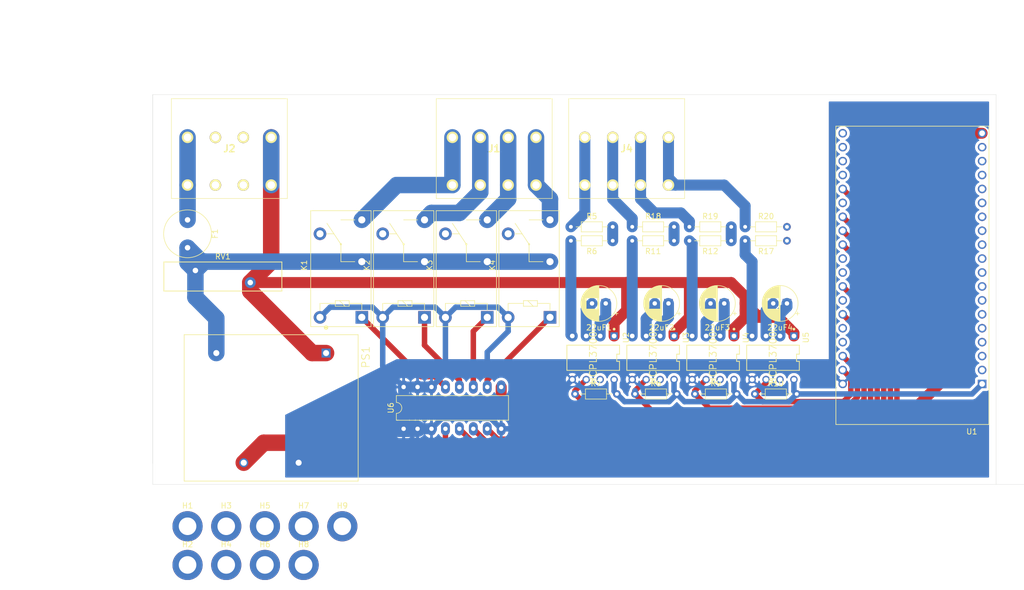
<source format=kicad_pcb>
(kicad_pcb (version 20171130) (host pcbnew "(5.1.6)-1")
  (layers (0 F.Cu signal) (31 B.Cu signal) (34 B.Paste user) (35 F.Paste user) (36 B.SilkS user) (37 F.SilkS user) (38 B.Mask user) (39 F.Mask user) (44 Edge.Cuts user))
  (net 0 "")
  (net 1 "220VAC(L)")
  (net 2 "220VAC(N)")
  (net 3 5V+)
  (net 4 "Net-(R5-Pad2)")
  (net 5 "Net-(R6-Pad2)")
  (net 6 3.3V+)
  (net 7 Sens4)
  (net 8 Sens3)
  (net 9 Sens2)
  (net 10 Sens1)
  (net 11 REO4)
  (net 12 REO3)
  (net 13 REO2)
  (net 14 REO1)
  (net 15 "Net-(R17-Pad2)")
  (net 16 GPIO34)
  (net 17 GPIO35)
  (net 18 GPIO32)
  (net 19 GPIO33)
  (net 20 "Net-(22uF1-Pad2)")
  (net 21 "Net-(22uF1-Pad1)")
  (net 22 "Net-(22uF2-Pad2)")
  (net 23 "Net-(22uF2-Pad1)")
  (net 24 "Net-(22uF3-Pad2)")
  (net 25 "Net-(22uF3-Pad1)")
  (net 26 "Net-(22uF4-Pad2)")
  (net 27 "Net-(22uF4-Pad1)")
  (net 28 "Net-(R11-Pad2)")
  (net 29 "Net-(R11-Pad1)")
  (net 30 "Net-(R12-Pad2)")
  (net 31 "Net-(R12-Pad1)")
  (net 32 "Net-(R17-Pad1)")
  (net 33 "GND(5V)")
  (net 34 REI1)
  (net 35 REI2)
  (net 36 REI3)
  (net 37 REI4)
  (net 38 "Net-(F1-Pad1)")
  (net 39 GPIO19)
  (net 40 GPIO21)
  (net 41 GPIO22)
  (net 42 GPIO23)
  (module esp32-footprint:MODULE_ESP32-DEVKITC-32D (layer F.Cu) (at 160.02 49.53 180)
    (fp_text reference U1 (at -10.829175 -28.446045) (layer F.SilkS) (effects (font (size 1.000386 1.000386))))
    (fp_text value ESP32-DEVKITC-32D)
    (pad 38 thru_hole circle (at 12.7 25.96 180) (size 1.56 1.56) (drill 1.04) (layers *.Cu *.Mask))
    (pad 37 thru_hole circle (at 12.7 23.42 180) (size 1.56 1.56) (drill 1.04) (layers *.Cu *.Mask))
    (pad 36 thru_hole circle (at 12.7 20.88 180) (size 1.56 1.56) (drill 1.04) (layers *.Cu *.Mask))
    (pad 35 thru_hole circle (at 12.7 18.34 180) (size 1.56 1.56) (drill 1.04) (layers *.Cu *.Mask))
    (pad 34 thru_hole circle (at 12.7 15.8 180) (size 1.56 1.56) (drill 1.04) (layers *.Cu *.Mask) (net 39 GPIO19))
    (pad 33 thru_hole circle (at 12.7 13.26 180) (size 1.56 1.56) (drill 1.04) (layers *.Cu *.Mask))
    (pad 32 thru_hole circle (at 12.7 10.72 180) (size 1.56 1.56) (drill 1.04) (layers *.Cu *.Mask) (net 40 GPIO21))
    (pad 31 thru_hole circle (at 12.7 8.18 180) (size 1.56 1.56) (drill 1.04) (layers *.Cu *.Mask) (net 41 GPIO22))
    (pad 30 thru_hole circle (at 12.7 5.64 180) (size 1.56 1.56) (drill 1.04) (layers *.Cu *.Mask) (net 42 GPIO23))
    (pad 29 thru_hole circle (at 12.7 3.1 180) (size 1.56 1.56) (drill 1.04) (layers *.Cu *.Mask))
    (pad 28 thru_hole circle (at 12.7 0.56 180) (size 1.56 1.56) (drill 1.04) (layers *.Cu *.Mask))
    (pad 27 thru_hole circle (at 12.7 -1.98 180) (size 1.56 1.56) (drill 1.04) (layers *.Cu *.Mask) (net 16 GPIO34))
    (pad 26 thru_hole circle (at 12.7 -4.52 180) (size 1.56 1.56) (drill 1.04) (layers *.Cu *.Mask))
    (pad 25 thru_hole circle (at 12.7 -7.06 180) (size 1.56 1.56) (drill 1.04) (layers *.Cu *.Mask) (net 17 GPIO35))
    (pad 24 thru_hole circle (at 12.7 -9.6 180) (size 1.56 1.56) (drill 1.04) (layers *.Cu *.Mask))
    (pad 23 thru_hole circle (at 12.7 -12.14 180) (size 1.56 1.56) (drill 1.04) (layers *.Cu *.Mask))
    (pad 22 thru_hole circle (at 12.7 -14.68 180) (size 1.56 1.56) (drill 1.04) (layers *.Cu *.Mask) (net 18 GPIO32))
    (pad 21 thru_hole circle (at 12.7 -17.22 180) (size 1.56 1.56) (drill 1.04) (layers *.Cu *.Mask) (net 19 GPIO33))
    (pad 20 thru_hole circle (at 12.7 -19.76 180) (size 1.56 1.56) (drill 1.04) (layers *.Cu *.Mask) (net 33 "GND(5V)"))
    (pad 18 thru_hole circle (at -12.7 23.42 180) (size 1.56 1.56) (drill 1.04) (layers *.Cu *.Mask))
    (pad 17 thru_hole circle (at -12.7 20.88 180) (size 1.56 1.56) (drill 1.04) (layers *.Cu *.Mask))
    (pad 16 thru_hole circle (at -12.7 18.34 180) (size 1.56 1.56) (drill 1.04) (layers *.Cu *.Mask))
    (pad 15 thru_hole circle (at -12.7 15.8 180) (size 1.56 1.56) (drill 1.04) (layers *.Cu *.Mask))
    (pad 14 thru_hole circle (at -12.7 13.26 180) (size 1.56 1.56) (drill 1.04) (layers *.Cu *.Mask))
    (pad 13 thru_hole circle (at -12.7 10.72 180) (size 1.56 1.56) (drill 1.04) (layers *.Cu *.Mask))
    (pad 12 thru_hole circle (at -12.7 8.18 180) (size 1.56 1.56) (drill 1.04) (layers *.Cu *.Mask))
    (pad 11 thru_hole circle (at -12.7 5.64 180) (size 1.56 1.56) (drill 1.04) (layers *.Cu *.Mask))
    (pad 10 thru_hole circle (at -12.7 3.1 180) (size 1.56 1.56) (drill 1.04) (layers *.Cu *.Mask))
    (pad 9 thru_hole circle (at -12.7 0.56 180) (size 1.56 1.56) (drill 1.04) (layers *.Cu *.Mask))
    (pad 8 thru_hole circle (at -12.7 -1.98 180) (size 1.56 1.56) (drill 1.04) (layers *.Cu *.Mask))
    (pad 7 thru_hole circle (at -12.7 -4.52 180) (size 1.56 1.56) (drill 1.04) (layers *.Cu *.Mask))
    (pad 6 thru_hole circle (at -12.7 -7.06 180) (size 1.56 1.56) (drill 1.04) (layers *.Cu *.Mask))
    (pad 5 thru_hole circle (at -12.7 -9.6 180) (size 1.56 1.56) (drill 1.04) (layers *.Cu *.Mask))
    (pad 4 thru_hole circle (at -12.7 -12.14 180) (size 1.56 1.56) (drill 1.04) (layers *.Cu *.Mask))
    (pad 3 thru_hole circle (at -12.7 -14.68 180) (size 1.56 1.56) (drill 1.04) (layers *.Cu *.Mask))
    (pad 19 thru_hole circle (at -12.7 25.96 180) (size 1.56 1.56) (drill 1.04) (layers *.Cu *.Mask) (net 3 5V+))
    (pad 2 thru_hole circle (at -12.7 -17.22 180) (size 1.56 1.56) (drill 1.04) (layers *.Cu *.Mask))
    (pad 1 thru_hole rect (at -12.7 -19.76 180) (size 1.56 1.56) (drill 1.04) (layers *.Cu *.Mask) (net 6 3.3V+))
  )
  (module rac05-05sk:277 (layer F.Cu) (at 43.18 73.66 270)
    (fp_text reference PS1 (at -9.255 -17.239 90) (layer F.SilkS) (effects (font (size 1.4 1.4))))
    (fp_text value RAC05-05SK_277)
    (pad 9 thru_hole circle (at 10 -5 270) (size 1.65 1.65) (drill 1.1) (layers *.Cu *.Mask) (net 33 "GND(5V)"))
    (pad 7 thru_hole circle (at 10 5 270) (size 1.65 1.65) (drill 1.1) (layers *.Cu *.Mask) (net 3 5V+))
    (pad 5 thru_hole circle (at -10 10 270) (size 1.65 1.65) (drill 1.1) (layers *.Cu *.Mask) (net 1 "220VAC(L)"))
    (pad 1 thru_hole rect (at -10 -10 270) (size 1.65 1.65) (drill 1.1) (layers *.Cu *.Mask) (net 2 "220VAC(N)"))
  )
  (module HCPL:ON_Semi-CASE_62605_ISSUE_P-0-0-0 (layer F.Cu) (at 134.62 64.516 270)
    (fp_text reference U5 (at -4.77 -5.995 90) (layer F.SilkS) (effects (justify right)))
    (fp_text value HCPL3700 (at 0 0 90) (layer F.SilkS) (effects (font (size 1.27 1.27))))
    (pad 8 thru_hole circle (at 3.97 -3.81 270) (size 1.35 1.35) (drill 0.85) (layers *.Cu) (net 6 3.3V+))
    (pad 7 thru_hole circle (at 3.97 -1.27 270) (size 1.35 1.35) (drill 0.85) (layers *.Cu))
    (pad 6 thru_hole circle (at 3.97 1.27 270) (size 1.35 1.35) (drill 0.85) (layers *.Cu) (net 19 GPIO33))
    (pad 5 thru_hole circle (at 3.97 3.81 270) (size 1.35 1.35) (drill 0.85) (layers *.Cu) (net 33 "GND(5V)"))
    (pad 4 thru_hole circle (at -3.97 3.81 270) (size 1.35 1.35) (drill 0.85) (layers *.Cu) (net 15 "Net-(R17-Pad2)"))
    (pad 3 thru_hole circle (at -3.97 1.27 270) (size 1.35 1.35) (drill 0.85) (layers *.Cu) (net 26 "Net-(22uF4-Pad2)"))
    (pad 2 thru_hole circle (at -3.97 -1.27 270) (size 1.35 1.35) (drill 0.85) (layers *.Cu) (net 27 "Net-(22uF4-Pad1)"))
    (pad 1 thru_hole rect (at -3.97 -3.81 270) (size 1.35 1.35) (drill 0.85) (layers *.Cu) (net 2 "220VAC(N)"))
  )
  (module HCPL:ON_Semi-CASE_62605_ISSUE_P-0-0-0 (layer F.Cu) (at 123.698 64.516 270)
    (fp_text reference U4 (at -4.77 -5.995 90) (layer F.SilkS) (effects (justify right)))
    (fp_text value HCPL3700 (at 0 0 90) (layer F.SilkS) (effects (font (size 1.27 1.27))))
    (pad 8 thru_hole circle (at 3.97 -3.81 270) (size 1.35 1.35) (drill 0.85) (layers *.Cu) (net 6 3.3V+))
    (pad 7 thru_hole circle (at 3.97 -1.27 270) (size 1.35 1.35) (drill 0.85) (layers *.Cu))
    (pad 6 thru_hole circle (at 3.97 1.27 270) (size 1.35 1.35) (drill 0.85) (layers *.Cu) (net 18 GPIO32))
    (pad 5 thru_hole circle (at 3.97 3.81 270) (size 1.35 1.35) (drill 0.85) (layers *.Cu) (net 33 "GND(5V)"))
    (pad 4 thru_hole circle (at -3.97 3.81 270) (size 1.35 1.35) (drill 0.85) (layers *.Cu) (net 30 "Net-(R12-Pad2)"))
    (pad 3 thru_hole circle (at -3.97 1.27 270) (size 1.35 1.35) (drill 0.85) (layers *.Cu) (net 24 "Net-(22uF3-Pad2)"))
    (pad 2 thru_hole circle (at -3.97 -1.27 270) (size 1.35 1.35) (drill 0.85) (layers *.Cu) (net 25 "Net-(22uF3-Pad1)"))
    (pad 1 thru_hole rect (at -3.97 -3.81 270) (size 1.35 1.35) (drill 0.85) (layers *.Cu) (net 2 "220VAC(N)"))
  )
  (module HCPL:ON_Semi-CASE_62605_ISSUE_P-0-0-0 (layer F.Cu) (at 112.776 64.516 270)
    (fp_text reference U3 (at -4.77 -5.995 90) (layer F.SilkS) (effects (justify right)))
    (fp_text value HCPL3700 (at 0 0 90) (layer F.SilkS) (effects (font (size 1.27 1.27))))
    (pad 8 thru_hole circle (at 3.97 -3.81 270) (size 1.35 1.35) (drill 0.85) (layers *.Cu) (net 6 3.3V+))
    (pad 7 thru_hole circle (at 3.97 -1.27 270) (size 1.35 1.35) (drill 0.85) (layers *.Cu))
    (pad 6 thru_hole circle (at 3.97 1.27 270) (size 1.35 1.35) (drill 0.85) (layers *.Cu) (net 17 GPIO35))
    (pad 5 thru_hole circle (at 3.97 3.81 270) (size 1.35 1.35) (drill 0.85) (layers *.Cu) (net 33 "GND(5V)"))
    (pad 4 thru_hole circle (at -3.97 3.81 270) (size 1.35 1.35) (drill 0.85) (layers *.Cu) (net 28 "Net-(R11-Pad2)"))
    (pad 3 thru_hole circle (at -3.97 1.27 270) (size 1.35 1.35) (drill 0.85) (layers *.Cu) (net 22 "Net-(22uF2-Pad2)"))
    (pad 2 thru_hole circle (at -3.97 -1.27 270) (size 1.35 1.35) (drill 0.85) (layers *.Cu) (net 23 "Net-(22uF2-Pad1)"))
    (pad 1 thru_hole rect (at -3.97 -3.81 270) (size 1.35 1.35) (drill 0.85) (layers *.Cu) (net 2 "220VAC(N)"))
  )
  (module HCPL:ON_Semi-CASE_62605_ISSUE_P-0-0-0 (layer F.Cu) (at 101.854 64.516 270)
    (fp_text reference U2 (at -4.77 -5.995 90) (layer F.SilkS) (effects (justify right)))
    (fp_text value HCPL3700 (at 0 0 90) (layer F.SilkS) (effects (font (size 1.27 1.27))))
    (pad 8 thru_hole circle (at 3.97 -3.81 270) (size 1.35 1.35) (drill 0.85) (layers *.Cu) (net 6 3.3V+))
    (pad 7 thru_hole circle (at 3.97 -1.27 270) (size 1.35 1.35) (drill 0.85) (layers *.Cu))
    (pad 6 thru_hole circle (at 3.97 1.27 270) (size 1.35 1.35) (drill 0.85) (layers *.Cu) (net 16 GPIO34))
    (pad 5 thru_hole circle (at 3.97 3.81 270) (size 1.35 1.35) (drill 0.85) (layers *.Cu) (net 33 "GND(5V)"))
    (pad 4 thru_hole circle (at -3.97 3.81 270) (size 1.35 1.35) (drill 0.85) (layers *.Cu) (net 5 "Net-(R6-Pad2)"))
    (pad 3 thru_hole circle (at -3.97 1.27 270) (size 1.35 1.35) (drill 0.85) (layers *.Cu) (net 20 "Net-(22uF1-Pad2)"))
    (pad 2 thru_hole circle (at -3.97 -1.27 270) (size 1.35 1.35) (drill 0.85) (layers *.Cu) (net 21 "Net-(22uF1-Pad1)"))
    (pad 1 thru_hole rect (at -3.97 -3.81 270) (size 1.35 1.35) (drill 0.85) (layers *.Cu) (net 2 "220VAC(N)"))
  )
  (module Resistor_THT:R_Axial_DIN0204_L3.6mm_D1.6mm_P7.62mm_Horizontal (layer F.Cu) (at 120.396 71.12)
    (fp_text reference R9 (at 3.81 -1.92) (layer F.SilkS))
    (fp_text value 10K)
    (pad 2 thru_hole oval (at 7.62 0) (size 1.4 1.4) (drill 0.7) (layers *.Cu *.Mask) (net 6 3.3V+))
    (pad 1 thru_hole circle (at 0 0) (size 1.4 1.4) (drill 0.7) (layers *.Cu *.Mask) (net 18 GPIO32))
  )
  (module Resistor_THT:R_Axial_DIN0204_L3.6mm_D1.6mm_P7.62mm_Horizontal (layer F.Cu) (at 109.474 71.12)
    (fp_text reference R8 (at 3.81 -1.92) (layer F.SilkS))
    (fp_text value 10K)
    (pad 2 thru_hole oval (at 7.62 0) (size 1.4 1.4) (drill 0.7) (layers *.Cu *.Mask) (net 6 3.3V+))
    (pad 1 thru_hole circle (at 0 0) (size 1.4 1.4) (drill 0.7) (layers *.Cu *.Mask) (net 17 GPIO35))
  )
  (module Resistor_THT:R_Axial_DIN0204_L3.6mm_D1.6mm_P7.62mm_Horizontal (layer F.Cu) (at 98.552 71.12)
    (fp_text reference R7 (at 3.81 -1.92) (layer F.SilkS))
    (fp_text value 10K)
    (pad 2 thru_hole oval (at 7.62 0) (size 1.4 1.4) (drill 0.7) (layers *.Cu *.Mask) (net 6 3.3V+))
    (pad 1 thru_hole circle (at 0 0) (size 1.4 1.4) (drill 0.7) (layers *.Cu *.Mask) (net 16 GPIO34))
  )
  (module Resistor_THT:R_Axial_DIN0204_L3.6mm_D1.6mm_P7.62mm_Horizontal (layer F.Cu) (at 131.318 71.12)
    (fp_text reference R10 (at 3.81 -1.92) (layer F.SilkS))
    (fp_text value 10K)
    (pad 2 thru_hole oval (at 7.62 0) (size 1.4 1.4) (drill 0.7) (layers *.Cu *.Mask) (net 6 3.3V+))
    (pad 1 thru_hole circle (at 0 0) (size 1.4 1.4) (drill 0.7) (layers *.Cu *.Mask) (net 19 GPIO33))
  )
  (module Resistor_THT:R_Axial_DIN0204_L3.6mm_D1.6mm_P7.62mm_Horizontal (layer F.Cu) (at 119.38 40.64)
    (fp_text reference R19 (at 3.81 -1.92) (layer F.SilkS))
    (fp_text value 47k)
    (pad 2 thru_hole oval (at 7.62 0) (size 1.4 1.4) (drill 0.7) (layers *.Cu *.Mask) (net 31 "Net-(R12-Pad1)"))
    (pad 1 thru_hole circle (at 0 0) (size 1.4 1.4) (drill 0.7) (layers *.Cu *.Mask) (net 8 Sens3))
  )
  (module MountingHole:MountingHole_3.2mm_M3_ISO14580_Pad (layer F.Cu) (at 56.14 95.25)
    (fp_text reference H9 (at 0 -3.75) (layer F.SilkS))
    (fp_text value MountingHole_Pad)
    (pad 1 thru_hole circle (at 0 0) (size 5.5 5.5) (drill 3.2) (layers *.Cu *.Mask))
  )
  (module MountingHole:MountingHole_3.2mm_M3_ISO14580_Pad (layer F.Cu) (at 49.09 102.3)
    (fp_text reference H8 (at 0 -3.75) (layer F.SilkS))
    (fp_text value MountingHole_Pad)
    (pad 1 thru_hole circle (at 0 0) (size 5.5 5.5) (drill 3.2) (layers *.Cu *.Mask))
  )
  (module MountingHole:MountingHole_3.2mm_M3_ISO14580_Pad (layer F.Cu) (at 49.09 95.25)
    (fp_text reference H7 (at 0 -3.75) (layer F.SilkS))
    (fp_text value MountingHole_Pad)
    (pad 1 thru_hole circle (at 0 0) (size 5.5 5.5) (drill 3.2) (layers *.Cu *.Mask))
  )
  (module MountingHole:MountingHole_3.2mm_M3_ISO14580_Pad (layer F.Cu) (at 42.04 102.3)
    (fp_text reference H6 (at 0 -3.75) (layer F.SilkS))
    (fp_text value MountingHole_Pad)
    (pad 1 thru_hole circle (at 0 0) (size 5.5 5.5) (drill 3.2) (layers *.Cu *.Mask))
  )
  (module MountingHole:MountingHole_3.2mm_M3_ISO14580_Pad (layer F.Cu) (at 42.04 95.25)
    (fp_text reference H5 (at 0 -3.75) (layer F.SilkS))
    (fp_text value MountingHole_Pad)
    (pad 1 thru_hole circle (at 0 0) (size 5.5 5.5) (drill 3.2) (layers *.Cu *.Mask))
  )
  (module MountingHole:MountingHole_3.2mm_M3_ISO14580_Pad (layer F.Cu) (at 34.99 102.3)
    (fp_text reference H4 (at 0 -3.75) (layer F.SilkS))
    (fp_text value MountingHole_Pad)
    (pad 1 thru_hole circle (at 0 0) (size 5.5 5.5) (drill 3.2) (layers *.Cu *.Mask))
  )
  (module MountingHole:MountingHole_3.2mm_M3_ISO14580_Pad (layer F.Cu) (at 34.99 95.25)
    (fp_text reference H3 (at 0 -3.75) (layer F.SilkS))
    (fp_text value MountingHole_Pad)
    (pad 1 thru_hole circle (at 0 0) (size 5.5 5.5) (drill 3.2) (layers *.Cu *.Mask))
  )
  (module MountingHole:MountingHole_3.2mm_M3_ISO14580_Pad (layer F.Cu) (at 27.94 102.3)
    (fp_text reference H2 (at 0 -3.75) (layer F.SilkS))
    (fp_text value MountingHole_Pad)
    (pad 1 thru_hole circle (at 0 0) (size 5.5 5.5) (drill 3.2) (layers *.Cu *.Mask))
  )
  (module MountingHole:MountingHole_3.2mm_M3_ISO14580_Pad (layer F.Cu) (at 27.94 95.25)
    (fp_text reference H1 (at 0 -3.75) (layer F.SilkS))
    (fp_text value MountingHole_Pad)
    (pad 1 thru_hole circle (at 0 0) (size 5.5 5.5) (drill 3.2) (layers *.Cu *.Mask))
  )
  (module Varistor:RV_Disc_D21.5mm_W5.3mm_P10mm (layer F.Cu) (at 39.37 50.8 180)
    (fp_text reference RV1 (at 5 4.75) (layer F.SilkS))
    (fp_text value Varistor)
    (pad 2 thru_hole circle (at 10 2.2 180) (size 2 2) (drill 1) (layers *.Cu *.Mask) (net 1 "220VAC(L)"))
    (pad 1 thru_hole circle (at 0 0 180) (size 2 2) (drill 1) (layers *.Cu *.Mask) (net 2 "220VAC(N)"))
  )
  (module Fuse:Fuse_Littelfuse_372_D8.50mm (layer F.Cu) (at 27.94 39.37 270)
    (fp_text reference F1 (at 2.54 -5 90) (layer F.SilkS))
    (fp_text value Fuse)
    (pad 2 thru_hole circle (at 5.08 0 270) (size 2 2) (drill 1) (layers *.Cu *.Mask) (net 1 "220VAC(L)"))
    (pad 1 thru_hole circle (at 0 0 270) (size 2 2) (drill 1) (layers *.Cu *.Mask) (net 38 "Net-(F1-Pad1)"))
  )
  (module Relay_THT:Relay_SPDT_Omron-G5Q-1 (layer F.Cu) (at 59.69 57.15 90)
    (fp_text reference K1 (at 9.5 -10.5 270) (layer F.SilkS))
    (fp_text value G5Q-1)
    (pad 5 thru_hole circle (at 0 -7.62 270) (size 2.3 2.3) (drill 1.3) (layers *.Cu *.Mask) (net 33 "GND(5V)"))
    (pad 4 thru_hole circle (at 15.24 -7.62 270) (size 2.3 2.3) (drill 1.3) (layers *.Cu *.Mask))
    (pad 3 thru_hole circle (at 17.78 0 270) (size 2.3 2.3) (drill 1.3) (layers *.Cu *.Mask) (net 14 REO1))
    (pad 2 thru_hole circle (at 10.16 0 270) (size 2.3 2.3) (drill 1.3) (layers *.Cu *.Mask) (net 1 "220VAC(L)"))
    (pad 1 thru_hole rect (at 0 0 270) (size 2.3 2.3) (drill 1.3) (layers *.Cu *.Mask) (net 34 REI1))
  )
  (module Relay_THT:Relay_SPDT_Omron-G5Q-1 (layer F.Cu) (at 71.12 57.15 90)
    (fp_text reference K2 (at 9.5 -10.5 270) (layer F.SilkS))
    (fp_text value G5Q-1)
    (pad 5 thru_hole circle (at 0 -7.62 270) (size 2.3 2.3) (drill 1.3) (layers *.Cu *.Mask) (net 33 "GND(5V)"))
    (pad 4 thru_hole circle (at 15.24 -7.62 270) (size 2.3 2.3) (drill 1.3) (layers *.Cu *.Mask))
    (pad 3 thru_hole circle (at 17.78 0 270) (size 2.3 2.3) (drill 1.3) (layers *.Cu *.Mask) (net 13 REO2))
    (pad 2 thru_hole circle (at 10.16 0 270) (size 2.3 2.3) (drill 1.3) (layers *.Cu *.Mask) (net 1 "220VAC(L)"))
    (pad 1 thru_hole rect (at 0 0 270) (size 2.3 2.3) (drill 1.3) (layers *.Cu *.Mask) (net 35 REI2))
  )
  (module Relay_THT:Relay_SPDT_Omron-G5Q-1 (layer F.Cu) (at 93.98 57.15 90)
    (fp_text reference K4 (at 9.5 -10.5 270) (layer F.SilkS))
    (fp_text value G5Q-1)
    (pad 5 thru_hole circle (at 0 -7.62 270) (size 2.3 2.3) (drill 1.3) (layers *.Cu *.Mask) (net 33 "GND(5V)"))
    (pad 4 thru_hole circle (at 15.24 -7.62 270) (size 2.3 2.3) (drill 1.3) (layers *.Cu *.Mask))
    (pad 3 thru_hole circle (at 17.78 0 270) (size 2.3 2.3) (drill 1.3) (layers *.Cu *.Mask) (net 11 REO4))
    (pad 2 thru_hole circle (at 10.16 0 270) (size 2.3 2.3) (drill 1.3) (layers *.Cu *.Mask) (net 1 "220VAC(L)"))
    (pad 1 thru_hole rect (at 0 0 270) (size 2.3 2.3) (drill 1.3) (layers *.Cu *.Mask) (net 37 REI4))
  )
  (module Relay_THT:Relay_SPDT_Omron-G5Q-1 (layer F.Cu) (at 82.55 57.15 90)
    (fp_text reference K3 (at 9.5 -10.5 270) (layer F.SilkS))
    (fp_text value G5Q-1)
    (pad 5 thru_hole circle (at 0 -7.62 270) (size 2.3 2.3) (drill 1.3) (layers *.Cu *.Mask) (net 33 "GND(5V)"))
    (pad 4 thru_hole circle (at 15.24 -7.62 270) (size 2.3 2.3) (drill 1.3) (layers *.Cu *.Mask))
    (pad 3 thru_hole circle (at 17.78 0 270) (size 2.3 2.3) (drill 1.3) (layers *.Cu *.Mask) (net 12 REO3))
    (pad 2 thru_hole circle (at 10.16 0 270) (size 2.3 2.3) (drill 1.3) (layers *.Cu *.Mask) (net 1 "220VAC(L)"))
    (pad 1 thru_hole rect (at 0 0 270) (size 2.3 2.3) (drill 1.3) (layers *.Cu *.Mask) (net 36 REI3))
  )
  (module Package_DIP:DIP-16_W7.62mm_LongPads (layer F.Cu) (at 67.31 77.47 90)
    (fp_text reference U6 (at 3.81 -2.33 90) (layer F.SilkS))
    (fp_text value ULN2003A)
    (pad 1 thru_hole rect (at 0 0 90) (size 2.4 1.6) (drill 0.8) (layers *.Cu *.Mask) (net 33 "GND(5V)"))
    (pad 9 thru_hole oval (at 7.62 17.78 90) (size 2.4 1.6) (drill 0.8) (layers *.Cu *.Mask) (net 3 5V+))
    (pad 2 thru_hole oval (at 0 2.54 90) (size 2.4 1.6) (drill 0.8) (layers *.Cu *.Mask) (net 33 "GND(5V)"))
    (pad 10 thru_hole oval (at 7.62 15.24 90) (size 2.4 1.6) (drill 0.8) (layers *.Cu *.Mask) (net 37 REI4))
    (pad 3 thru_hole oval (at 0 5.08 90) (size 2.4 1.6) (drill 0.8) (layers *.Cu *.Mask) (net 33 "GND(5V)"))
    (pad 11 thru_hole oval (at 7.62 12.7 90) (size 2.4 1.6) (drill 0.8) (layers *.Cu *.Mask) (net 36 REI3))
    (pad 4 thru_hole oval (at 0 7.62 90) (size 2.4 1.6) (drill 0.8) (layers *.Cu *.Mask) (net 39 GPIO19))
    (pad 12 thru_hole oval (at 7.62 10.16 90) (size 2.4 1.6) (drill 0.8) (layers *.Cu *.Mask) (net 35 REI2))
    (pad 5 thru_hole oval (at 0 10.16 90) (size 2.4 1.6) (drill 0.8) (layers *.Cu *.Mask) (net 40 GPIO21))
    (pad 13 thru_hole oval (at 7.62 7.62 90) (size 2.4 1.6) (drill 0.8) (layers *.Cu *.Mask) (net 34 REI1))
    (pad 6 thru_hole oval (at 0 12.7 90) (size 2.4 1.6) (drill 0.8) (layers *.Cu *.Mask) (net 41 GPIO22))
    (pad 14 thru_hole oval (at 7.62 5.08 90) (size 2.4 1.6) (drill 0.8) (layers *.Cu *.Mask) (net 33 "GND(5V)"))
    (pad 7 thru_hole oval (at 0 15.24 90) (size 2.4 1.6) (drill 0.8) (layers *.Cu *.Mask) (net 42 GPIO23))
    (pad 15 thru_hole oval (at 7.62 2.54 90) (size 2.4 1.6) (drill 0.8) (layers *.Cu *.Mask) (net 33 "GND(5V)"))
    (pad 8 thru_hole oval (at 0 17.78 90) (size 2.4 1.6) (drill 0.8) (layers *.Cu *.Mask) (net 33 "GND(5V)"))
    (pad 16 thru_hole oval (at 7.62 0 90) (size 2.4 1.6) (drill 0.8) (layers *.Cu *.Mask) (net 33 "GND(5V)"))
  )
  (module Phoenix_Conn:1017505 (layer F.Cu) (at 115.57 33.02 180)
    (fp_text reference J4 (at 7.62 6.65) (layer F.SilkS) (effects (font (size 1.27 1.27) (thickness 0.254))))
    (fp_text value 1017505 hide)
    (pad 8 thru_hole circle (at 15.24 8.7 270) (size 2.1 2.1) (drill 1.4) (layers *.Cu *.Mask F.SilkS) (net 10 Sens1))
    (pad 7 thru_hole circle (at 15.24 0 270) (size 2.1 2.1) (drill 1.4) (layers *.Cu *.Mask F.SilkS) (net 10 Sens1))
    (pad 6 thru_hole circle (at 10.16 8.7 270) (size 2.1 2.1) (drill 1.4) (layers *.Cu *.Mask F.SilkS) (net 9 Sens2))
    (pad 5 thru_hole circle (at 10.16 0 270) (size 2.1 2.1) (drill 1.4) (layers *.Cu *.Mask F.SilkS) (net 9 Sens2))
    (pad 4 thru_hole circle (at 5.08 8.7 270) (size 2.1 2.1) (drill 1.4) (layers *.Cu *.Mask F.SilkS) (net 8 Sens3))
    (pad 3 thru_hole circle (at 5.08 0 270) (size 2.1 2.1) (drill 1.4) (layers *.Cu *.Mask F.SilkS) (net 8 Sens3))
    (pad 2 thru_hole circle (at 0 8.7 270) (size 2.1 2.1) (drill 1.4) (layers *.Cu *.Mask F.SilkS) (net 7 Sens4))
    (pad 1 thru_hole circle (at 0 0 270) (size 2.1 2.1) (drill 1.4) (layers *.Cu *.Mask F.SilkS) (net 7 Sens4))
  )
  (module Phoenix_Conn:1017505 (layer F.Cu) (at 43.18 33.02 180)
    (fp_text reference J2 (at 7.62 6.65) (layer F.SilkS) (effects (font (size 1.27 1.27) (thickness 0.254))))
    (fp_text value 1017505 hide)
    (pad 8 thru_hole circle (at 15.24 8.7 270) (size 2.1 2.1) (drill 1.4) (layers *.Cu *.Mask F.SilkS) (net 38 "Net-(F1-Pad1)"))
    (pad 7 thru_hole circle (at 15.24 0 270) (size 2.1 2.1) (drill 1.4) (layers *.Cu *.Mask F.SilkS) (net 38 "Net-(F1-Pad1)"))
    (pad 6 thru_hole circle (at 10.16 8.7 270) (size 2.1 2.1) (drill 1.4) (layers *.Cu *.Mask F.SilkS))
    (pad 5 thru_hole circle (at 10.16 0 270) (size 2.1 2.1) (drill 1.4) (layers *.Cu *.Mask F.SilkS))
    (pad 4 thru_hole circle (at 5.08 8.7 270) (size 2.1 2.1) (drill 1.4) (layers *.Cu *.Mask F.SilkS))
    (pad 3 thru_hole circle (at 5.08 0 270) (size 2.1 2.1) (drill 1.4) (layers *.Cu *.Mask F.SilkS))
    (pad 2 thru_hole circle (at 0 8.7 270) (size 2.1 2.1) (drill 1.4) (layers *.Cu *.Mask F.SilkS) (net 2 "220VAC(N)"))
    (pad 1 thru_hole circle (at 0 0 270) (size 2.1 2.1) (drill 1.4) (layers *.Cu *.Mask F.SilkS) (net 2 "220VAC(N)"))
  )
  (module Phoenix_Conn:1017505 (layer F.Cu) (at 91.44 33.02 180)
    (fp_text reference J1 (at 7.62 6.65) (layer F.SilkS) (effects (font (size 1.27 1.27) (thickness 0.254))))
    (fp_text value 1017505 hide)
    (pad 8 thru_hole circle (at 15.24 8.7 270) (size 2.1 2.1) (drill 1.4) (layers *.Cu *.Mask F.SilkS) (net 14 REO1))
    (pad 7 thru_hole circle (at 15.24 0 270) (size 2.1 2.1) (drill 1.4) (layers *.Cu *.Mask F.SilkS) (net 14 REO1))
    (pad 6 thru_hole circle (at 10.16 8.7 270) (size 2.1 2.1) (drill 1.4) (layers *.Cu *.Mask F.SilkS) (net 13 REO2))
    (pad 5 thru_hole circle (at 10.16 0 270) (size 2.1 2.1) (drill 1.4) (layers *.Cu *.Mask F.SilkS) (net 13 REO2))
    (pad 4 thru_hole circle (at 5.08 8.7 270) (size 2.1 2.1) (drill 1.4) (layers *.Cu *.Mask F.SilkS) (net 12 REO3))
    (pad 3 thru_hole circle (at 5.08 0 270) (size 2.1 2.1) (drill 1.4) (layers *.Cu *.Mask F.SilkS) (net 12 REO3))
    (pad 2 thru_hole circle (at 0 8.7 270) (size 2.1 2.1) (drill 1.4) (layers *.Cu *.Mask F.SilkS) (net 11 REO4))
    (pad 1 thru_hole circle (at 0 0 270) (size 2.1 2.1) (drill 1.4) (layers *.Cu *.Mask F.SilkS) (net 11 REO4))
  )
  (module Resistor_THT:R_Axial_DIN0204_L3.6mm_D1.6mm_P7.62mm_Horizontal (layer F.Cu) (at 129.54 40.64)
    (fp_text reference R20 (at 3.81 -1.92) (layer F.SilkS))
    (fp_text value 47k)
    (pad 2 thru_hole oval (at 7.62 0) (size 1.4 1.4) (drill 0.7) (layers *.Cu *.Mask) (net 32 "Net-(R17-Pad1)"))
    (pad 1 thru_hole circle (at 0 0) (size 1.4 1.4) (drill 0.7) (layers *.Cu *.Mask) (net 7 Sens4))
  )
  (module Resistor_THT:R_Axial_DIN0204_L3.6mm_D1.6mm_P7.62mm_Horizontal (layer F.Cu) (at 108.966 40.64)
    (fp_text reference R18 (at 3.81 -1.92) (layer F.SilkS))
    (fp_text value 47k)
    (pad 2 thru_hole oval (at 7.62 0) (size 1.4 1.4) (drill 0.7) (layers *.Cu *.Mask) (net 29 "Net-(R11-Pad1)"))
    (pad 1 thru_hole circle (at 0 0) (size 1.4 1.4) (drill 0.7) (layers *.Cu *.Mask) (net 9 Sens2))
  )
  (module Resistor_THT:R_Axial_DIN0204_L3.6mm_D1.6mm_P7.62mm_Horizontal (layer F.Cu) (at 137.16 43.18 180)
    (fp_text reference R17 (at 3.81 -1.92) (layer F.SilkS))
    (fp_text value 47k)
    (pad 2 thru_hole oval (at 7.62 0 180) (size 1.4 1.4) (drill 0.7) (layers *.Cu *.Mask) (net 15 "Net-(R17-Pad2)"))
    (pad 1 thru_hole circle (at 0 0 180) (size 1.4 1.4) (drill 0.7) (layers *.Cu *.Mask) (net 32 "Net-(R17-Pad1)"))
  )
  (module Resistor_THT:R_Axial_DIN0204_L3.6mm_D1.6mm_P7.62mm_Horizontal (layer F.Cu) (at 127 43.18 180)
    (fp_text reference R12 (at 3.81 -1.92) (layer F.SilkS))
    (fp_text value 47k)
    (pad 2 thru_hole oval (at 7.62 0 180) (size 1.4 1.4) (drill 0.7) (layers *.Cu *.Mask) (net 30 "Net-(R12-Pad2)"))
    (pad 1 thru_hole circle (at 0 0 180) (size 1.4 1.4) (drill 0.7) (layers *.Cu *.Mask) (net 31 "Net-(R12-Pad1)"))
  )
  (module Resistor_THT:R_Axial_DIN0204_L3.6mm_D1.6mm_P7.62mm_Horizontal (layer F.Cu) (at 116.586 43.18 180)
    (fp_text reference R11 (at 3.81 -1.92) (layer F.SilkS))
    (fp_text value 47k)
    (pad 2 thru_hole oval (at 7.62 0 180) (size 1.4 1.4) (drill 0.7) (layers *.Cu *.Mask) (net 28 "Net-(R11-Pad2)"))
    (pad 1 thru_hole circle (at 0 0 180) (size 1.4 1.4) (drill 0.7) (layers *.Cu *.Mask) (net 29 "Net-(R11-Pad1)"))
  )
  (module Capacitor_THT:CP_Radial_D6.3mm_P2.50mm (layer F.Cu) (at 137.16 54.61 180)
    (fp_text reference 22uF4 (at 1.25 -4.4) (layer F.SilkS))
    (fp_text value CP_Small)
    (pad 2 thru_hole circle (at 2.5 0 180) (size 1.6 1.6) (drill 0.8) (layers *.Cu *.Mask) (net 26 "Net-(22uF4-Pad2)"))
    (pad 1 thru_hole rect (at 0 0 180) (size 1.6 1.6) (drill 0.8) (layers *.Cu *.Mask) (net 27 "Net-(22uF4-Pad1)"))
  )
  (module Capacitor_THT:CP_Radial_D6.3mm_P2.50mm (layer F.Cu) (at 125.73 54.61 180)
    (fp_text reference 22uF3 (at 1.25 -4.4) (layer F.SilkS))
    (fp_text value CP_Small)
    (pad 2 thru_hole circle (at 2.5 0 180) (size 1.6 1.6) (drill 0.8) (layers *.Cu *.Mask) (net 24 "Net-(22uF3-Pad2)"))
    (pad 1 thru_hole rect (at 0 0 180) (size 1.6 1.6) (drill 0.8) (layers *.Cu *.Mask) (net 25 "Net-(22uF3-Pad1)"))
  )
  (module Capacitor_THT:CP_Radial_D6.3mm_P2.50mm (layer F.Cu) (at 115.57 54.61 180)
    (fp_text reference 22uF2 (at 1.25 -4.4) (layer F.SilkS))
    (fp_text value CP_Small)
    (pad 2 thru_hole circle (at 2.5 0 180) (size 1.6 1.6) (drill 0.8) (layers *.Cu *.Mask) (net 22 "Net-(22uF2-Pad2)"))
    (pad 1 thru_hole rect (at 0 0 180) (size 1.6 1.6) (drill 0.8) (layers *.Cu *.Mask) (net 23 "Net-(22uF2-Pad1)"))
  )
  (module Capacitor_THT:CP_Radial_D6.3mm_P2.50mm (layer F.Cu) (at 104.14 54.61 180)
    (fp_text reference 22uF1 (at 1.25 -4.4) (layer F.SilkS))
    (fp_text value CP_Small)
    (pad 2 thru_hole circle (at 2.5 0 180) (size 1.6 1.6) (drill 0.8) (layers *.Cu *.Mask) (net 20 "Net-(22uF1-Pad2)"))
    (pad 1 thru_hole rect (at 0 0 180) (size 1.6 1.6) (drill 0.8) (layers *.Cu *.Mask) (net 21 "Net-(22uF1-Pad1)"))
  )
  (module Resistor_THT:R_Axial_DIN0204_L3.6mm_D1.6mm_P7.62mm_Horizontal (layer F.Cu) (at 105.41 43.18 180)
    (fp_text reference R6 (at 3.81 -1.92) (layer F.SilkS))
    (fp_text value 47k)
    (pad 2 thru_hole oval (at 7.62 0 180) (size 1.4 1.4) (drill 0.7) (layers *.Cu *.Mask) (net 5 "Net-(R6-Pad2)"))
    (pad 1 thru_hole circle (at 0 0 180) (size 1.4 1.4) (drill 0.7) (layers *.Cu *.Mask) (net 4 "Net-(R5-Pad2)"))
  )
  (module Resistor_THT:R_Axial_DIN0204_L3.6mm_D1.6mm_P7.62mm_Horizontal (layer F.Cu) (at 97.79 40.64)
    (fp_text reference R5 (at 3.81 -1.92) (layer F.SilkS))
    (fp_text value 47k)
    (pad 2 thru_hole oval (at 7.62 0) (size 1.4 1.4) (drill 0.7) (layers *.Cu *.Mask) (net 4 "Net-(R5-Pad2)"))
    (pad 1 thru_hole circle (at 0 0) (size 1.4 1.4) (drill 0.7) (layers *.Cu *.Mask) (net 10 Sens1))
  )
  (gr_line (start 21.59 87.63) (end 21.59 16.51) (layer Edge.Cuts) (width 0.05))
  (gr_line (start 175.26 16.51) (end 21.59 16.51) (layer Edge.Cuts) (width 0.05))
  (gr_line (start 21.59 87.63) (end 180.34 87.63) (layer Edge.Cuts) (width 0.05))
  (gr_line (start 175.26 87.63) (end 175.26 16.51) (layer Edge.Cuts) (width 0.05))
  (gr_line (start 21.59 16.51) (end 21.59 83.82) (layer Edge.Cuts) (width 0.05))
  (segment (start 27.94 47.17) (end 29.37 48.6) (width 3) (layer B.Cu) (net 1))
  (segment (start 27.94 44.45) (end 27.94 47.17) (width 3) (layer B.Cu) (net 1))
  (segment (start 30.98 46.99) (end 59.69 46.99) (width 3) (layer B.Cu) (net 1))
  (segment (start 29.37 48.6) (end 30.98 46.99) (width 3) (layer B.Cu) (net 1))
  (segment (start 30.48 46.99) (end 30.98 46.99) (width 3) (layer B.Cu) (net 1))
  (segment (start 27.94 44.45) (end 30.48 46.99) (width 3) (layer B.Cu) (net 1))
  (segment (start 59.69 46.99) (end 93.98 46.99) (width 3) (layer B.Cu) (net 1))
  (segment (start 29.37 48.6) (end 29.37 53.5) (width 3) (layer B.Cu) (net 1))
  (segment (start 33.18 57.31) (end 33.18 63.66) (width 3) (layer B.Cu) (net 1))
  (segment (start 29.37 53.5) (end 33.18 57.31) (width 3) (layer B.Cu) (net 1))
  (segment (start 43.18 24.32) (end 43.18 33.02) (width 3) (layer B.Cu) (net 2))
  (segment (start 43.18 46.99) (end 39.37 50.8) (width 3) (layer F.Cu) (net 2))
  (segment (start 43.18 24.32) (end 43.18 46.99) (width 3) (layer F.Cu) (net 2))
  (segment (start 138.43 60.546) (end 138.43 60.014998) (width 2) (layer F.Cu) (net 2))
  (segment (start 135.225003 56.810001) (end 131.740001 56.810001) (width 2) (layer F.Cu) (net 2))
  (segment (start 129.54 54.61) (end 129.54 53.34) (width 2) (layer F.Cu) (net 2))
  (segment (start 129.54 53.34) (end 127 50.8) (width 2) (layer F.Cu) (net 2))
  (segment (start 107.95 50.8) (end 107.95 55.88) (width 2) (layer F.Cu) (net 2))
  (segment (start 107.95 50.8) (end 39.37 50.8) (width 2) (layer F.Cu) (net 2))
  (segment (start 105.664 58.166) (end 105.664 60.546) (width 2) (layer F.Cu) (net 2))
  (segment (start 107.95 55.88) (end 105.664 58.166) (width 2) (layer F.Cu) (net 2))
  (segment (start 116.586 60.546) (end 116.586 59.944) (width 2) (layer F.Cu) (net 2))
  (segment (start 119.38 57.15) (end 119.38 50.8) (width 2) (layer F.Cu) (net 2))
  (segment (start 116.586 59.944) (end 119.38 57.15) (width 2) (layer F.Cu) (net 2))
  (segment (start 127 50.8) (end 119.38 50.8) (width 2) (layer F.Cu) (net 2))
  (segment (start 119.38 50.8) (end 107.95 50.8) (width 2) (layer F.Cu) (net 2))
  (segment (start 127.508 60.546) (end 127.508 59.182) (width 2) (layer F.Cu) (net 2))
  (segment (start 131.740001 56.810001) (end 130.81 55.88) (width 2) (layer F.Cu) (net 2))
  (segment (start 130.81 55.88) (end 129.54 54.61) (width 2) (layer F.Cu) (net 2))
  (segment (start 129.54 54.61) (end 129.54 55.88) (width 2) (layer F.Cu) (net 2))
  (segment (start 129.54 55.88) (end 129.54 57.15) (width 2) (layer F.Cu) (net 2))
  (segment (start 127.508 59.182) (end 129.54 57.15) (width 2) (layer F.Cu) (net 2))
  (segment (start 129.54 57.15) (end 130.81 55.88) (width 2) (layer F.Cu) (net 2))
  (segment (start 129.54 57.15) (end 135.565002 57.15) (width 2) (layer F.Cu) (net 2))
  (segment (start 135.565002 57.15) (end 137.632501 59.217499) (width 2) (layer F.Cu) (net 2))
  (segment (start 138.43 60.014998) (end 137.632501 59.217499) (width 2) (layer F.Cu) (net 2))
  (segment (start 137.632501 59.217499) (end 135.225003 56.810001) (width 2) (layer F.Cu) (net 2))
  (segment (start 39.37 52.39) (end 50.64 63.66) (width 3) (layer F.Cu) (net 2))
  (segment (start 39.37 50.8) (end 39.37 52.39) (width 3) (layer F.Cu) (net 2))
  (segment (start 50.64 63.66) (end 53.18 63.66) (width 3) (layer F.Cu) (net 2))
  (segment (start 85.09 69.85) (end 85.09 72.39) (width 2) (layer F.Cu) (net 3))
  (segment (start 85.09 72.39) (end 83.82 73.66) (width 2) (layer F.Cu) (net 3))
  (segment (start 59.69 80.01) (end 66.04 73.66) (width 2) (layer F.Cu) (net 3))
  (segment (start 83.82 73.66) (end 66.04 73.66) (width 2) (layer F.Cu) (net 3))
  (segment (start 41.83 80.01) (end 38.18 83.66) (width 3) (layer F.Cu) (net 3))
  (segment (start 149.583623 84.670046) (end 165.1 69.153669) (width 2) (layer F.Cu) (net 3))
  (segment (start 57.15 80.01) (end 41.83 80.01) (width 3) (layer F.Cu) (net 3))
  (segment (start 59.69 80.01) (end 57.15 80.01) (width 3) (layer F.Cu) (net 3))
  (segment (start 171.616914 23.57) (end 172.72 23.57) (width 2) (layer F.Cu) (net 3))
  (segment (start 165.1 30.086914) (end 171.616914 23.57) (width 2) (layer F.Cu) (net 3))
  (segment (start 165.1 69.153669) (end 165.1 30.086914) (width 2) (layer F.Cu) (net 3))
  (segment (start 59.69 80.01) (end 64.350046 84.670046) (width 2) (layer F.Cu) (net 3))
  (segment (start 64.350046 84.670046) (end 149.583623 84.670046) (width 2) (layer F.Cu) (net 3))
  (segment (start 105.41 40.64) (end 105.41 43.18) (width 2) (layer B.Cu) (net 4))
  (segment (start 97.79 60.292) (end 98.044 60.546) (width 2) (layer B.Cu) (net 5))
  (segment (start 97.79 43.18) (end 97.79 60.292) (width 2) (layer B.Cu) (net 5))
  (segment (start 138.43 68.486) (end 138.43 68.58) (width 1) (layer B.Cu) (net 6))
  (segment (start 105.664 70.612) (end 106.172 71.12) (width 1) (layer B.Cu) (net 6))
  (segment (start 105.664 68.486) (end 105.664 70.612) (width 1) (layer B.Cu) (net 6))
  (segment (start 116.586 70.612) (end 117.094 71.12) (width 1) (layer B.Cu) (net 6))
  (segment (start 116.586 68.486) (end 116.586 70.612) (width 1) (layer B.Cu) (net 6))
  (segment (start 127.508 70.612) (end 128.016 71.12) (width 1) (layer B.Cu) (net 6))
  (segment (start 127.508 68.486) (end 127.508 70.612) (width 1) (layer B.Cu) (net 6))
  (segment (start 138.43 70.612) (end 138.938 71.12) (width 1) (layer B.Cu) (net 6))
  (segment (start 138.43 68.486) (end 138.43 70.612) (width 1) (layer B.Cu) (net 6))
  (segment (start 115.693999 72.520001) (end 117.094 71.12) (width 1) (layer B.Cu) (net 6))
  (segment (start 107.572001 72.520001) (end 115.693999 72.520001) (width 1) (layer B.Cu) (net 6))
  (segment (start 106.172 71.12) (end 107.572001 72.520001) (width 1) (layer B.Cu) (net 6))
  (segment (start 126.615999 72.520001) (end 128.016 71.12) (width 1) (layer B.Cu) (net 6))
  (segment (start 118.494001 72.520001) (end 126.615999 72.520001) (width 1) (layer B.Cu) (net 6))
  (segment (start 117.094 71.12) (end 118.494001 72.520001) (width 1) (layer B.Cu) (net 6))
  (segment (start 137.537999 72.520001) (end 138.938 71.12) (width 1) (layer B.Cu) (net 6))
  (segment (start 128.016 71.12) (end 129.416001 72.520001) (width 1) (layer B.Cu) (net 6))
  (segment (start 129.416001 72.520001) (end 137.537999 72.520001) (width 1) (layer B.Cu) (net 6))
  (segment (start 170.89 71.12) (end 172.72 69.29) (width 1) (layer B.Cu) (net 6))
  (segment (start 138.938 71.12) (end 170.89 71.12) (width 1) (layer B.Cu) (net 6))
  (segment (start 129.54 40.64) (end 129.54 36.83) (width 2) (layer B.Cu) (net 7))
  (segment (start 129.54 36.83) (end 125.73 33.02) (width 2) (layer B.Cu) (net 7))
  (segment (start 125.73 33.02) (end 116.84 33.02) (width 2) (layer B.Cu) (net 7))
  (segment (start 115.57 31.75) (end 115.57 24.32) (width 2) (layer B.Cu) (net 7))
  (segment (start 115.57 31.75) (end 116.84 33.02) (width 2) (layer B.Cu) (net 7))
  (segment (start 116.84 33.02) (end 115.57 33.02) (width 2) (layer B.Cu) (net 7))
  (segment (start 115.57 33.02) (end 115.57 31.75) (width 2) (layer B.Cu) (net 7))
  (segment (start 119.38 39.650051) (end 119.38 40.64) (width 2) (layer B.Cu) (net 8))
  (segment (start 117.829949 38.1) (end 119.38 39.650051) (width 2) (layer B.Cu) (net 8))
  (segment (start 113.03 38.1) (end 117.829949 38.1) (width 2) (layer B.Cu) (net 8))
  (segment (start 110.49 35.56) (end 113.03 38.1) (width 2) (layer B.Cu) (net 8))
  (segment (start 110.49 33.02) (end 110.49 35.56) (width 2) (layer B.Cu) (net 8))
  (segment (start 110.49 33.02) (end 110.49 24.32) (width 2) (layer B.Cu) (net 8))
  (segment (start 105.41 24.32) (end 105.41 33.02) (width 2) (layer B.Cu) (net 9))
  (segment (start 108.966 40.64) (end 108.966 39.116) (width 2) (layer B.Cu) (net 9))
  (segment (start 105.41 35.56) (end 105.41 33.02) (width 2) (layer B.Cu) (net 9))
  (segment (start 108.966 39.116) (end 105.41 35.56) (width 2) (layer B.Cu) (net 9))
  (segment (start 100.33 24.32) (end 100.33 33.02) (width 2) (layer B.Cu) (net 10))
  (segment (start 100.33 33.02) (end 100.33 38.039999) (width 2) (layer B.Cu) (net 10))
  (segment (start 100.33 38.1) (end 100.33 38.039999) (width 2) (layer B.Cu) (net 10))
  (segment (start 97.79 40.64) (end 100.33 38.1) (width 2) (layer B.Cu) (net 10))
  (segment (start 93.98 35.56) (end 91.44 33.02) (width 3) (layer B.Cu) (net 11))
  (segment (start 93.98 39.37) (end 93.98 35.56) (width 3) (layer B.Cu) (net 11))
  (segment (start 91.44 33.02) (end 91.44 24.32) (width 3) (layer B.Cu) (net 11))
  (segment (start 86.36 35.56) (end 86.36 33.02) (width 3) (layer B.Cu) (net 12))
  (segment (start 82.55 39.37) (end 86.36 35.56) (width 3) (layer B.Cu) (net 12))
  (segment (start 86.36 33.02) (end 86.36 24.32) (width 3) (layer B.Cu) (net 12))
  (segment (start 71.12 39.37) (end 72.39 38.1) (width 3) (layer B.Cu) (net 13))
  (segment (start 72.39 38.1) (end 77.47 38.1) (width 3) (layer B.Cu) (net 13))
  (segment (start 81.28 34.29) (end 81.28 33.02) (width 3) (layer B.Cu) (net 13))
  (segment (start 77.47 38.1) (end 81.28 34.29) (width 3) (layer B.Cu) (net 13))
  (segment (start 81.28 33.02) (end 81.28 24.32) (width 3) (layer B.Cu) (net 13))
  (segment (start 66.04 33.02) (end 76.2 33.02) (width 3) (layer B.Cu) (net 14))
  (segment (start 59.69 39.37) (end 66.04 33.02) (width 3) (layer B.Cu) (net 14))
  (segment (start 76.2 33.02) (end 76.2 24.32) (width 3) (layer B.Cu) (net 14))
  (segment (start 129.54 43.18) (end 129.54 45.72) (width 2) (layer B.Cu) (net 15))
  (segment (start 130.81 46.99) (end 130.81 60.546) (width 2) (layer B.Cu) (net 15))
  (segment (start 129.54 45.72) (end 130.81 46.99) (width 2) (layer B.Cu) (net 15))
  (segment (start 98.552 70.518) (end 100.584 68.486) (width 1) (layer F.Cu) (net 16))
  (segment (start 98.552 71.12) (end 98.552 70.518) (width 1) (layer F.Cu) (net 16))
  (segment (start 147.32 51.51) (end 152.400031 56.590031) (width 1) (layer F.Cu) (net 16))
  (segment (start 103.552028 76.120028) (end 98.552 71.12) (width 1) (layer F.Cu) (net 16))
  (segment (start 152.400031 56.590031) (end 152.400031 72.661181) (width 1) (layer F.Cu) (net 16))
  (segment (start 152.400031 72.661181) (end 148.941183 76.120029) (width 1) (layer F.Cu) (net 16))
  (segment (start 148.941183 76.120029) (end 145.970028 76.120028) (width 1) (layer F.Cu) (net 16))
  (segment (start 145.970028 76.120028) (end 103.552028 76.120028) (width 1) (layer F.Cu) (net 16))
  (segment (start 109.474 71.12) (end 109.474 70.518) (width 1) (layer B.Cu) (net 17))
  (segment (start 109.474 70.518) (end 111.506 68.486) (width 1) (layer F.Cu) (net 17))
  (segment (start 109.474 71.12) (end 109.474 70.518) (width 1) (layer F.Cu) (net 17))
  (segment (start 109.474 71.12) (end 113.274019 74.920019) (width 1) (layer F.Cu) (net 17))
  (segment (start 151.200021 72.164121) (end 151.200021 60.470021) (width 1) (layer F.Cu) (net 17))
  (segment (start 148.444122 74.92002) (end 151.200021 72.164121) (width 1) (layer F.Cu) (net 17))
  (segment (start 151.200021 60.470021) (end 147.32 56.59) (width 1) (layer F.Cu) (net 17))
  (segment (start 146.059981 74.920019) (end 148.444122 74.92002) (width 1) (layer F.Cu) (net 17))
  (segment (start 113.274019 74.920019) (end 146.059981 74.920019) (width 1) (layer F.Cu) (net 17))
  (segment (start 120.396 71.12) (end 120.65 71.12) (width 1) (layer F.Cu) (net 18))
  (segment (start 120.396 70.518) (end 122.428 68.486) (width 1) (layer F.Cu) (net 18))
  (segment (start 120.396 71.12) (end 120.396 70.518) (width 1) (layer F.Cu) (net 18))
  (segment (start 122.99601 73.72001) (end 120.396 71.12) (width 1) (layer F.Cu) (net 18))
  (segment (start 150.000011 71.667061) (end 150.000011 66.890011) (width 1) (layer F.Cu) (net 18))
  (segment (start 147.947062 73.72001) (end 150.000011 71.667061) (width 1) (layer F.Cu) (net 18))
  (segment (start 145.98999 73.72001) (end 147.947062 73.72001) (width 1) (layer F.Cu) (net 18))
  (segment (start 150.000011 66.890011) (end 147.32 64.21) (width 1) (layer F.Cu) (net 18))
  (segment (start 145.98999 73.72001) (end 122.99601 73.72001) (width 1) (layer F.Cu) (net 18))
  (segment (start 133.35 69.088) (end 131.318 71.12) (width 1) (layer F.Cu) (net 19))
  (segment (start 133.35 68.486) (end 133.35 69.088) (width 1) (layer F.Cu) (net 19))
  (segment (start 131.318 71.12) (end 132.718001 72.520001) (width 1) (layer F.Cu) (net 19))
  (segment (start 148.800001 71.170001) (end 147.450001 72.520001) (width 1) (layer F.Cu) (net 19))
  (segment (start 148.800001 68.230001) (end 148.800001 71.170001) (width 1) (layer F.Cu) (net 19))
  (segment (start 147.32 66.75) (end 148.800001 68.230001) (width 1) (layer F.Cu) (net 19))
  (segment (start 132.718001 72.520001) (end 147.450001 72.520001) (width 1) (layer F.Cu) (net 19))
  (segment (start 100.584 55.666) (end 101.64 54.61) (width 2) (layer B.Cu) (net 20))
  (segment (start 100.584 60.546) (end 100.584 55.666) (width 2) (layer B.Cu) (net 20))
  (segment (start 103.124 60.546) (end 103.124 58.166) (width 2) (layer B.Cu) (net 21))
  (segment (start 104.14 57.15) (end 104.14 54.61) (width 2) (layer B.Cu) (net 21))
  (segment (start 103.124 58.166) (end 104.14 57.15) (width 2) (layer B.Cu) (net 21))
  (segment (start 113.07 55.84) (end 113.07 54.61) (width 2) (layer B.Cu) (net 22))
  (segment (start 111.506 60.546) (end 111.506 57.404) (width 2) (layer B.Cu) (net 22))
  (segment (start 111.506 57.404) (end 113.07 55.84) (width 2) (layer B.Cu) (net 22))
  (segment (start 115.57 54.61) (end 115.57 57.15) (width 2) (layer B.Cu) (net 23))
  (segment (start 114.046 58.674) (end 114.046 60.546) (width 2) (layer B.Cu) (net 23))
  (segment (start 115.57 57.15) (end 114.046 58.674) (width 2) (layer B.Cu) (net 23))
  (segment (start 122.428 60.546) (end 122.428 57.912) (width 2) (layer B.Cu) (net 24))
  (segment (start 123.23 57.11) (end 123.23 54.61) (width 2) (layer B.Cu) (net 24))
  (segment (start 122.428 57.912) (end 123.23 57.11) (width 2) (layer B.Cu) (net 24))
  (segment (start 125.73 54.61) (end 125.73 58.42) (width 2) (layer B.Cu) (net 25))
  (segment (start 124.968 59.182) (end 124.968 60.546) (width 2) (layer B.Cu) (net 25))
  (segment (start 125.73 58.42) (end 124.968 59.182) (width 2) (layer B.Cu) (net 25))
  (segment (start 133.35 55.92) (end 134.66 54.61) (width 2) (layer B.Cu) (net 26))
  (segment (start 133.35 60.546) (end 133.35 55.92) (width 2) (layer B.Cu) (net 26))
  (segment (start 137.16 55.221282) (end 137.16 54.61) (width 2) (layer B.Cu) (net 27))
  (segment (start 135.89 56.491282) (end 137.16 55.221282) (width 2) (layer B.Cu) (net 27))
  (segment (start 135.89 60.546) (end 135.89 56.491282) (width 2) (layer B.Cu) (net 27))
  (segment (start 108.966 43.18) (end 108.966 60.546) (width 2) (layer B.Cu) (net 28))
  (segment (start 116.586 40.64) (end 116.586 43.18) (width 2) (layer B.Cu) (net 29))
  (segment (start 119.888 43.688) (end 119.38 43.18) (width 2) (layer B.Cu) (net 30))
  (segment (start 119.888 60.546) (end 119.888 43.688) (width 2) (layer B.Cu) (net 30))
  (segment (start 127 40.64) (end 127 43.18) (width 2) (layer B.Cu) (net 31))
  (segment (start 61.649999 55.299999) (end 63.5 57.15) (width 1) (layer B.Cu) (net 33))
  (segment (start 53.920001 55.299999) (end 61.649999 55.299999) (width 1) (layer B.Cu) (net 33))
  (segment (start 52.07 57.15) (end 53.920001 55.299999) (width 1) (layer B.Cu) (net 33))
  (segment (start 73.079999 55.299999) (end 74.93 57.15) (width 1) (layer B.Cu) (net 33))
  (segment (start 65.350001 55.299999) (end 73.079999 55.299999) (width 1) (layer B.Cu) (net 33))
  (segment (start 63.5 57.15) (end 65.350001 55.299999) (width 1) (layer B.Cu) (net 33))
  (segment (start 84.509999 55.299999) (end 86.36 57.15) (width 1) (layer B.Cu) (net 33))
  (segment (start 76.780001 55.299999) (end 84.509999 55.299999) (width 1) (layer B.Cu) (net 33))
  (segment (start 74.93 57.15) (end 76.780001 55.299999) (width 1) (layer B.Cu) (net 33))
  (segment (start 83.18999 75.56999) (end 85.09 77.47) (width 1) (layer B.Cu) (net 33))
  (segment (start 74.29001 75.56999) (end 83.18999 75.56999) (width 1) (layer B.Cu) (net 33))
  (segment (start 72.39 77.47) (end 74.29001 75.56999) (width 1) (layer B.Cu) (net 33))
  (segment (start 89.06 77.47) (end 98.044 68.486) (width 1) (layer B.Cu) (net 33))
  (segment (start 85.09 77.47) (end 89.06 77.47) (width 1) (layer B.Cu) (net 33))
  (segment (start 148.950999 67.110999) (end 151.13 69.29) (width 1) (layer B.Cu) (net 33))
  (segment (start 54.37 77.47) (end 48.18 83.66) (width 3) (layer B.Cu) (net 33))
  (segment (start 67.31 77.47) (end 54.37 77.47) (width 3) (layer B.Cu) (net 33))
  (segment (start 67.31 77.47) (end 69.85 77.47) (width 3) (layer B.Cu) (net 33))
  (segment (start 69.85 77.47) (end 72.39 77.47) (width 2) (layer B.Cu) (net 33))
  (segment (start 67.31 69.85) (end 67.31 77.47) (width 2) (layer B.Cu) (net 33))
  (segment (start 67.31 69.85) (end 72.39 69.85) (width 2) (layer B.Cu) (net 33))
  (segment (start 86.36 57.15) (end 86.36 59.69) (width 1) (layer B.Cu) (net 33))
  (segment (start 86.36 59.69) (end 82.55 63.5) (width 1) (layer B.Cu) (net 33))
  (segment (start 82.55 63.5) (end 82.55 66.04) (width 1) (layer B.Cu) (net 33))
  (segment (start 76.2 66.04) (end 72.39 69.85) (width 1) (layer B.Cu) (net 33))
  (segment (start 82.55 66.04) (end 76.2 66.04) (width 1) (layer B.Cu) (net 33))
  (segment (start 74.93 67.31) (end 72.39 69.85) (width 1) (layer B.Cu) (net 33))
  (segment (start 74.93 57.15) (end 74.93 67.31) (width 1) (layer B.Cu) (net 33))
  (segment (start 63.5 66.04) (end 67.31 69.85) (width 1) (layer B.Cu) (net 33))
  (segment (start 63.5 57.15) (end 63.5 66.04) (width 1) (layer B.Cu) (net 33))
  (segment (start 70.48999 67.94999) (end 59.69 57.15) (width 1) (layer F.Cu) (net 34))
  (segment (start 73.02999 67.94999) (end 70.48999 67.94999) (width 1) (layer F.Cu) (net 34))
  (segment (start 74.93 69.85) (end 73.02999 67.94999) (width 1) (layer F.Cu) (net 34))
  (segment (start 77.47 69.85) (end 77.47 68.58) (width 1) (layer F.Cu) (net 35))
  (segment (start 71.12 62.23) (end 71.12 57.15) (width 1) (layer F.Cu) (net 35))
  (segment (start 77.47 68.58) (end 71.12 62.23) (width 1) (layer F.Cu) (net 35))
  (segment (start 80.01 59.69) (end 82.55 57.15) (width 1) (layer F.Cu) (net 36))
  (segment (start 80.01 69.85) (end 80.01 59.69) (width 1) (layer F.Cu) (net 36))
  (segment (start 82.55 68.58) (end 93.98 57.15) (width 1) (layer F.Cu) (net 37))
  (segment (start 82.55 69.85) (end 82.55 68.58) (width 1) (layer F.Cu) (net 37))
  (segment (start 27.94 24.32) (end 27.94 33.02) (width 3) (layer B.Cu) (net 38))
  (segment (start 27.94 39.37) (end 27.94 33.02) (width 3) (layer B.Cu) (net 38))
  (segment (start 157.200071 43.610071) (end 147.32 33.73) (width 1) (layer F.Cu) (net 39))
  (segment (start 148.879456 82.970036) (end 157.200071 74.649421) (width 1) (layer F.Cu) (net 39))
  (segment (start 157.200071 74.649421) (end 157.200071 43.610071) (width 1) (layer F.Cu) (net 39))
  (segment (start 78.230036 82.970036) (end 148.879456 82.970036) (width 1) (layer F.Cu) (net 39))
  (segment (start 74.93 79.67) (end 78.230036 82.970036) (width 1) (layer F.Cu) (net 39))
  (segment (start 74.93 77.47) (end 74.93 79.67) (width 1) (layer F.Cu) (net 39))
  (segment (start 156.000061 74.152361) (end 156.000061 47.490061) (width 1) (layer F.Cu) (net 40))
  (segment (start 148.382395 81.770027) (end 156.000061 74.152361) (width 1) (layer F.Cu) (net 40))
  (segment (start 81.770027 81.770027) (end 148.382395 81.770027) (width 1) (layer F.Cu) (net 40))
  (segment (start 156.000061 47.490061) (end 147.32 38.81) (width 1) (layer F.Cu) (net 40))
  (segment (start 77.47 77.47) (end 81.770027 81.770027) (width 1) (layer F.Cu) (net 40))
  (segment (start 80.01 77.47) (end 83.110019 80.570019) (width 1) (layer F.Cu) (net 41))
  (segment (start 154.800051 73.655301) (end 154.800051 48.830051) (width 1) (layer F.Cu) (net 41))
  (segment (start 147.885334 80.570018) (end 154.800051 73.655301) (width 1) (layer F.Cu) (net 41))
  (segment (start 144.070018 80.570018) (end 147.885334 80.570018) (width 1) (layer F.Cu) (net 41))
  (segment (start 154.800051 48.830051) (end 147.32 41.35) (width 1) (layer F.Cu) (net 41))
  (segment (start 83.110019 80.570019) (end 144.070018 80.570018) (width 1) (layer F.Cu) (net 41))
  (segment (start 82.55 77.47) (end 84.450009 79.370009) (width 1) (layer F.Cu) (net 42))
  (segment (start 153.600041 50.170041) (end 147.32 43.89) (width 1) (layer F.Cu) (net 42))
  (segment (start 153.600041 73.158241) (end 153.600041 50.170041) (width 1) (layer F.Cu) (net 42))
  (segment (start 147.388273 79.370009) (end 153.600041 73.158241) (width 1) (layer F.Cu) (net 42))
  (segment (start 146.680009 79.370009) (end 147.388273 79.370009) (width 1) (layer F.Cu) (net 42))
  (segment (start 84.450009 79.370009) (end 146.680009 79.370009) (width 1) (layer F.Cu) (net 42))
  (zone (net 33) (net_name "GND(5V)") (layer B.Cu) (connect_pads (clearance 0.508)) (min_thickness 0.254) (fill yes (arc_segments 32) (thermal_gap 0.508) (thermal_bridge_width 0.508))
    (polygon (pts (xy 173.99 86.36) (xy 45.72 86.36) (xy 45.72 74.93) (xy 66.04 64.77) (xy 93.98 64.77) (xy 144.78 64.77) (xy 144.78 17.78) (xy 173.99 17.78)))
  )
)
</source>
